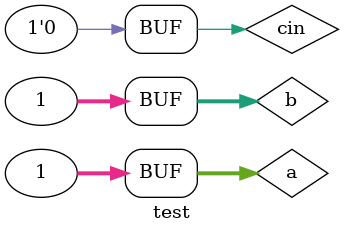
<source format=v>
`include "../lib/add.v"
module test;

reg [31:0] a, b;
reg cin;
wire [31:0] sum;
wire cout;

add Add_op(
  .a(a),
  .b(b),
  .cin(cin),
  .cout(cout),
  .sum(sum));

initial begin
  $monitor ($time, ": %0d %0d %0d | %0d %0d", a, b, cin, cout, sum);
  #5 a = 0; b = 0; cin = 0;
  #5 a = 2; b = 9; cin = 0;
  #5 cin = 1;
  #5 a = 1; b = 1; cin = 0;
end

endmodule


</source>
